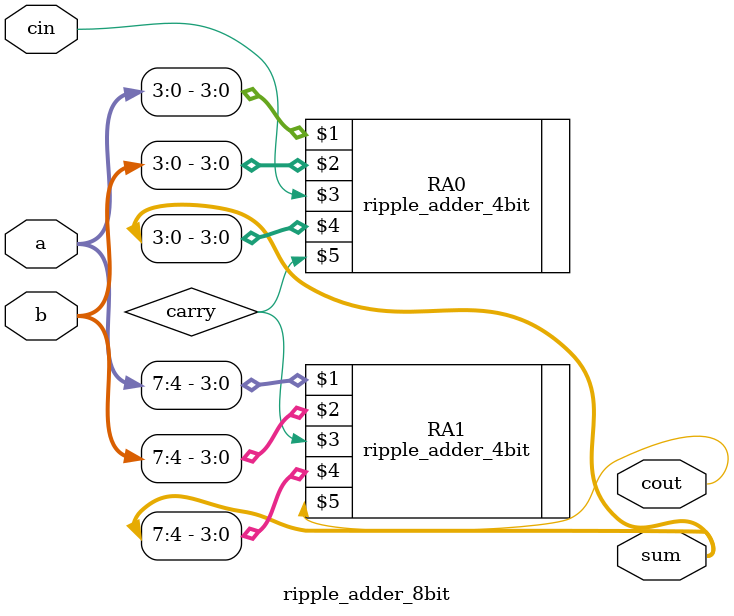
<source format=v>
module ripple_adder_8bit(input [7:0] a,b, input cin, output [7:0] sum, output cout);

	wire carry;

	ripple_adder_4bit RA0(a[3:0],b[3:0],cin,sum[3:0],carry);
	ripple_adder_4bit RA1(a[7:4],b[7:4],carry,sum[7:4],cout);

endmodule

</source>
